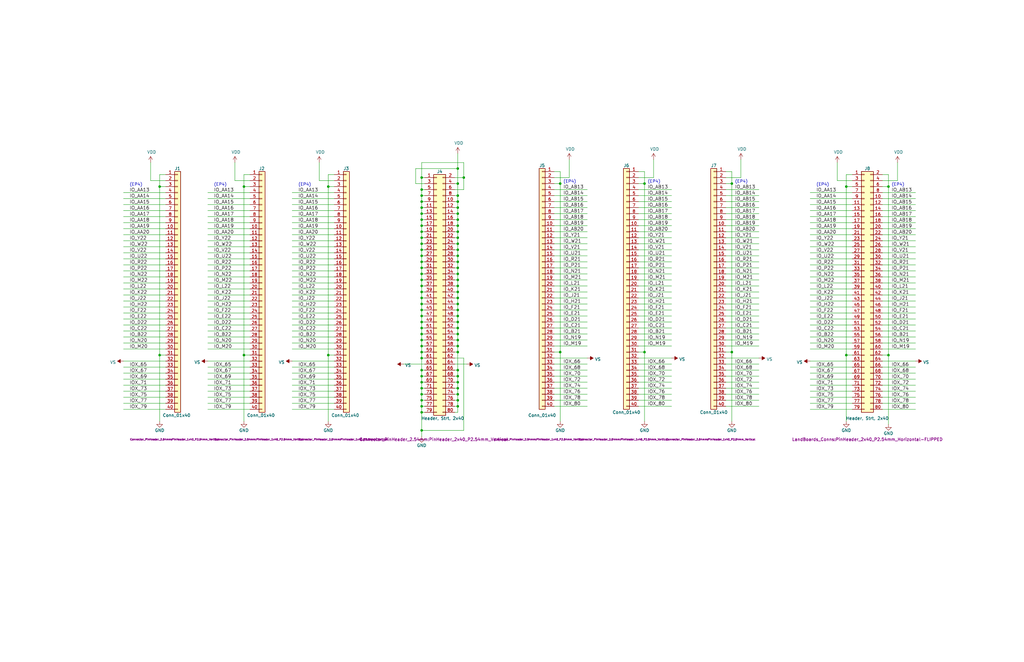
<source format=kicad_sch>
(kicad_sch (version 20211123) (generator eeschema)
  (paper "B")
  (title_block (title "ITX-65C816") (date "2022-08-30") (company "land-boards.com") (comment 1 "65C816 CPU CARD"))
  (junction (at 177.8 143.51))
  (junction (at 177.8 151.13))
  (junction (at 138.43 149.86))
  (junction (at 177.8 173.99))
  (junction (at 177.8 123.19))
  (junction (at 193.04 92.71))
  (junction (at 177.8 158.75))
  (junction (at 177.8 138.43))
  (junction (at 193.04 130.81))
  (junction (at 102.87 149.86))
  (junction (at 193.04 105.41))
  (junction (at 308.61 148.59))
  (junction (at 67.31 78.74))
  (junction (at 177.8 85.09))
  (junction (at 193.04 97.79))
  (junction (at 177.8 146.05))
  (junction (at 177.8 161.29))
  (junction (at 177.8 107.95))
  (junction (at 193.04 135.89))
  (junction (at 177.8 82.55))
  (junction (at 177.8 128.27))
  (junction (at 177.8 168.91))
  (junction (at 177.8 140.97))
  (junction (at 177.8 100.33))
  (junction (at 177.8 130.81))
  (junction (at 177.8 113.03))
  (junction (at 195.58 74.93))
  (junction (at 177.8 118.11))
  (junction (at 177.8 102.87))
  (junction (at 236.22 148.59))
  (junction (at 193.04 87.63))
  (junction (at 193.04 133.35))
  (junction (at 177.8 171.45))
  (junction (at 177.8 87.63))
  (junction (at 193.04 140.97))
  (junction (at 177.8 110.49))
  (junction (at 193.04 125.73))
  (junction (at 193.04 102.87))
  (junction (at 177.8 115.57))
  (junction (at 177.8 105.41))
  (junction (at 356.87 78.74))
  (junction (at 193.04 171.45))
  (junction (at 193.04 100.33))
  (junction (at 193.04 95.25))
  (junction (at 193.04 113.03))
  (junction (at 193.04 123.19))
  (junction (at 308.61 77.47))
  (junction (at 102.87 78.74))
  (junction (at 193.04 120.65))
  (junction (at 193.04 107.95))
  (junction (at 193.04 163.83))
  (junction (at 193.04 115.57))
  (junction (at 67.31 149.86))
  (junction (at 271.78 77.47))
  (junction (at 193.04 71.12))
  (junction (at 177.8 97.79))
  (junction (at 374.65 149.86))
  (junction (at 193.04 156.21))
  (junction (at 271.78 148.59))
  (junction (at 193.04 118.11))
  (junction (at 193.04 128.27))
  (junction (at 138.43 78.74))
  (junction (at 193.04 77.47))
  (junction (at 177.8 135.89))
  (junction (at 193.04 143.51))
  (junction (at 177.8 133.35))
  (junction (at 177.8 74.93))
  (junction (at 177.8 90.17))
  (junction (at 177.8 95.25))
  (junction (at 193.04 148.59))
  (junction (at 193.04 146.05))
  (junction (at 356.87 149.86))
  (junction (at 177.8 120.65))
  (junction (at 236.22 77.47))
  (junction (at 177.8 181.61))
  (junction (at 177.8 92.71))
  (junction (at 193.04 85.09))
  (junction (at 374.65 78.74))
  (junction (at 193.04 166.37))
  (junction (at 177.8 125.73))
  (junction (at 177.8 148.59))
  (junction (at 193.04 138.43))
  (junction (at 193.04 158.75))
  (junction (at 177.8 166.37))
  (junction (at 193.04 90.17))
  (junction (at 177.8 163.83))
  (junction (at 177.8 80.01))
  (junction (at 193.04 82.55))
  (junction (at 193.04 110.49))
  (junction (at 177.8 156.21))
  (junction (at 193.04 161.29))
  (junction (at 193.04 168.91))
  (wire (pts (xy 356.87 73.66) (xy 356.87 78.74)))
  (wire (pts (xy 123.19 91.44) (xy 140.97 91.44)))
  (wire (pts (xy 320.04 113.03) (xy 306.07 113.03)))
  (wire (pts (xy 193.04 148.59) (xy 193.04 156.21)))
  (wire (pts (xy 236.22 72.39) (xy 236.22 77.47)))
  (wire (pts (xy 191.77 125.73) (xy 193.04 125.73)))
  (wire (pts (xy 193.04 82.55) (xy 193.04 85.09)))
  (wire (pts (xy 177.8 148.59) (xy 177.8 151.13)))
  (wire (pts (xy 269.24 74.93) (xy 275.59 74.93)))
  (wire (pts (xy 193.04 100.33) (xy 193.04 102.87)))
  (wire (pts (xy 177.8 173.99) (xy 177.8 181.61)))
  (wire (pts (xy 341.63 154.94) (xy 359.41 154.94)))
  (wire (pts (xy 283.21 138.43) (xy 269.24 138.43)))
  (wire (pts (xy 191.77 87.63) (xy 193.04 87.63)))
  (wire (pts (xy 140.97 101.6) (xy 123.19 101.6)))
  (wire (pts (xy 87.63 81.28) (xy 105.41 81.28)))
  (wire (pts (xy 193.04 166.37) (xy 193.04 168.91)))
  (wire (pts (xy 191.77 173.99) (xy 193.04 173.99)))
  (wire (pts (xy 386.08 147.32) (xy 372.11 147.32)))
  (wire (pts (xy 247.65 140.97) (xy 233.68 140.97)))
  (wire (pts (xy 359.41 139.7) (xy 341.63 139.7)))
  (wire (pts (xy 69.85 109.22) (xy 52.07 109.22)))
  (wire (pts (xy 247.65 138.43) (xy 233.68 138.43)))
  (wire (pts (xy 69.85 76.2) (xy 63.5 76.2)))
  (wire (pts (xy 359.41 134.62) (xy 341.63 134.62)))
  (wire (pts (xy 359.41 73.66) (xy 356.87 73.66)))
  (wire (pts (xy 269.24 166.37) (xy 283.21 166.37)))
  (wire (pts (xy 191.77 74.93) (xy 195.58 74.93)))
  (wire (pts (xy 386.08 139.7) (xy 372.11 139.7)))
  (wire (pts (xy 140.97 134.62) (xy 123.19 134.62)))
  (wire (pts (xy 102.87 73.66) (xy 102.87 78.74)))
  (wire (pts (xy 247.65 115.57) (xy 233.68 115.57)))
  (wire (pts (xy 87.63 170.18) (xy 105.41 170.18)))
  (wire (pts (xy 123.19 86.36) (xy 140.97 86.36)))
  (wire (pts (xy 308.61 72.39) (xy 308.61 77.47)))
  (wire (pts (xy 105.41 134.62) (xy 87.63 134.62)))
  (wire (pts (xy 170.18 153.67) (xy 179.07 153.67)))
  (wire (pts (xy 359.41 137.16) (xy 341.63 137.16)))
  (wire (pts (xy 177.8 120.65) (xy 179.07 120.65)))
  (wire (pts (xy 386.08 134.62) (xy 372.11 134.62)))
  (wire (pts (xy 247.65 120.65) (xy 233.68 120.65)))
  (wire (pts (xy 177.8 143.51) (xy 179.07 143.51)))
  (wire (pts (xy 105.41 76.2) (xy 99.06 76.2)))
  (wire (pts (xy 177.8 168.91) (xy 177.8 171.45)))
  (wire (pts (xy 63.5 76.2) (xy 63.5 68.58)))
  (wire (pts (xy 359.41 109.22) (xy 341.63 109.22)))
  (wire (pts (xy 372.11 93.98) (xy 386.08 93.98)))
  (wire (pts (xy 233.68 80.01) (xy 247.65 80.01)))
  (wire (pts (xy 193.04 158.75) (xy 193.04 161.29)))
  (wire (pts (xy 306.07 90.17) (xy 320.04 90.17)))
  (wire (pts (xy 372.11 172.72) (xy 386.08 172.72)))
  (wire (pts (xy 177.8 102.87) (xy 179.07 102.87)))
  (wire (pts (xy 386.08 111.76) (xy 372.11 111.76)))
  (wire (pts (xy 193.04 130.81) (xy 193.04 133.35)))
  (wire (pts (xy 269.24 168.91) (xy 283.21 168.91)))
  (wire (pts (xy 359.41 101.6) (xy 341.63 101.6)))
  (wire (pts (xy 193.04 133.35) (xy 193.04 135.89)))
  (wire (pts (xy 320.04 118.11) (xy 306.07 118.11)))
  (wire (pts (xy 193.04 143.51) (xy 193.04 146.05)))
  (wire (pts (xy 359.41 106.68) (xy 341.63 106.68)))
  (wire (pts (xy 306.07 156.21) (xy 320.04 156.21)))
  (wire (pts (xy 177.8 85.09) (xy 179.07 85.09)))
  (wire (pts (xy 341.63 86.36) (xy 359.41 86.36)))
  (wire (pts (xy 191.77 168.91) (xy 193.04 168.91)))
  (wire (pts (xy 123.19 160.02) (xy 140.97 160.02)))
  (wire (pts (xy 386.08 137.16) (xy 372.11 137.16)))
  (wire (pts (xy 269.24 161.29) (xy 283.21 161.29)))
  (wire (pts (xy 320.04 146.05) (xy 306.07 146.05)))
  (wire (pts (xy 236.22 77.47) (xy 236.22 148.59)))
  (wire (pts (xy 269.24 72.39) (xy 271.78 72.39)))
  (wire (pts (xy 177.8 110.49) (xy 177.8 113.03)))
  (wire (pts (xy 283.21 125.73) (xy 269.24 125.73)))
  (wire (pts (xy 177.8 125.73) (xy 179.07 125.73)))
  (wire (pts (xy 283.21 128.27) (xy 269.24 128.27)))
  (wire (pts (xy 123.19 81.28) (xy 140.97 81.28)))
  (wire (pts (xy 177.8 140.97) (xy 177.8 143.51)))
  (wire (pts (xy 175.26 77.47) (xy 175.26 71.12)))
  (wire (pts (xy 105.41 147.32) (xy 87.63 147.32)))
  (wire (pts (xy 177.8 146.05) (xy 179.07 146.05)))
  (wire (pts (xy 69.85 149.86) (xy 67.31 149.86)))
  (wire (pts (xy 69.85 119.38) (xy 52.07 119.38)))
  (wire (pts (xy 191.77 161.29) (xy 193.04 161.29)))
  (wire (pts (xy 386.08 119.38) (xy 372.11 119.38)))
  (wire (pts (xy 177.8 113.03) (xy 177.8 115.57)))
  (wire (pts (xy 52.07 165.1) (xy 69.85 165.1)))
  (wire (pts (xy 247.65 143.51) (xy 233.68 143.51)))
  (wire (pts (xy 306.07 171.45) (xy 320.04 171.45)))
  (wire (pts (xy 269.24 82.55) (xy 283.21 82.55)))
  (wire (pts (xy 193.04 168.91) (xy 193.04 171.45)))
  (wire (pts (xy 359.41 149.86) (xy 356.87 149.86)))
  (wire (pts (xy 191.77 80.01) (xy 195.58 80.01)))
  (wire (pts (xy 359.41 127) (xy 341.63 127)))
  (wire (pts (xy 69.85 73.66) (xy 67.31 73.66)))
  (wire (pts (xy 359.41 78.74) (xy 356.87 78.74)))
  (wire (pts (xy 193.04 161.29) (xy 193.04 163.83)))
  (wire (pts (xy 386.08 142.24) (xy 372.11 142.24)))
  (wire (pts (xy 140.97 132.08) (xy 123.19 132.08)))
  (wire (pts (xy 105.41 73.66) (xy 102.87 73.66)))
  (wire (pts (xy 179.07 74.93) (xy 177.8 74.93)))
  (wire (pts (xy 193.04 156.21) (xy 193.04 158.75)))
  (wire (pts (xy 191.77 82.55) (xy 193.04 82.55)))
  (wire (pts (xy 341.63 83.82) (xy 359.41 83.82)))
  (wire (pts (xy 320.04 123.19) (xy 306.07 123.19)))
  (wire (pts (xy 236.22 148.59) (xy 236.22 177.8)))
  (wire (pts (xy 247.65 97.79) (xy 233.68 97.79)))
  (wire (pts (xy 233.68 151.13) (xy 247.65 151.13)))
  (wire (pts (xy 356.87 78.74) (xy 356.87 149.86)))
  (wire (pts (xy 341.63 88.9) (xy 359.41 88.9)))
  (wire (pts (xy 233.68 72.39) (xy 236.22 72.39)))
  (wire (pts (xy 193.04 77.47) (xy 193.04 82.55)))
  (wire (pts (xy 193.04 105.41) (xy 193.04 107.95)))
  (wire (pts (xy 283.21 123.19) (xy 269.24 123.19)))
  (wire (pts (xy 195.58 181.61) (xy 177.8 181.61)))
  (wire (pts (xy 177.8 125.73) (xy 177.8 128.27)))
  (wire (pts (xy 359.41 116.84) (xy 341.63 116.84)))
  (wire (pts (xy 193.04 128.27) (xy 193.04 130.81)))
  (wire (pts (xy 138.43 73.66) (xy 138.43 78.74)))
  (wire (pts (xy 123.19 152.4) (xy 140.97 152.4)))
  (wire (pts (xy 247.65 135.89) (xy 233.68 135.89)))
  (wire (pts (xy 240.03 74.93) (xy 240.03 67.31)))
  (wire (pts (xy 341.63 167.64) (xy 359.41 167.64)))
  (wire (pts (xy 123.19 88.9) (xy 140.97 88.9)))
  (wire (pts (xy 67.31 73.66) (xy 67.31 78.74)))
  (wire (pts (xy 87.63 86.36) (xy 105.41 86.36)))
  (wire (pts (xy 195.58 68.58) (xy 195.58 74.93)))
  (wire (pts (xy 140.97 111.76) (xy 123.19 111.76)))
  (wire (pts (xy 308.61 77.47) (xy 308.61 148.59)))
  (wire (pts (xy 191.77 140.97) (xy 193.04 140.97)))
  (wire (pts (xy 193.04 135.89) (xy 193.04 138.43)))
  (wire (pts (xy 177.8 100.33) (xy 179.07 100.33)))
  (wire (pts (xy 306.07 80.01) (xy 320.04 80.01)))
  (wire (pts (xy 283.21 100.33) (xy 269.24 100.33)))
  (wire (pts (xy 306.07 163.83) (xy 320.04 163.83)))
  (wire (pts (xy 386.08 109.22) (xy 372.11 109.22)))
  (wire (pts (xy 359.41 129.54) (xy 341.63 129.54)))
  (wire (pts (xy 140.97 127) (xy 123.19 127)))
  (wire (pts (xy 177.8 90.17) (xy 177.8 92.71)))
  (wire (pts (xy 69.85 121.92) (xy 52.07 121.92)))
  (wire (pts (xy 191.77 85.09) (xy 193.04 85.09)))
  (wire (pts (xy 372.11 96.52) (xy 386.08 96.52)))
  (wire (pts (xy 140.97 149.86) (xy 138.43 149.86)))
  (wire (pts (xy 138.43 149.86) (xy 138.43 177.8)))
  (wire (pts (xy 359.41 76.2) (xy 353.06 76.2)))
  (wire (pts (xy 177.8 115.57) (xy 177.8 118.11)))
  (wire (pts (xy 177.8 87.63) (xy 177.8 90.17)))
  (wire (pts (xy 191.77 166.37) (xy 193.04 166.37)))
  (wire (pts (xy 283.21 105.41) (xy 269.24 105.41)))
  (wire (pts (xy 269.24 80.01) (xy 283.21 80.01)))
  (wire (pts (xy 52.07 172.72) (xy 69.85 172.72)))
  (wire (pts (xy 233.68 87.63) (xy 247.65 87.63)))
  (wire (pts (xy 105.41 139.7) (xy 87.63 139.7)))
  (wire (pts (xy 193.04 118.11) (xy 193.04 120.65)))
  (wire (pts (xy 306.07 151.13) (xy 320.04 151.13)))
  (wire (pts (xy 341.63 172.72) (xy 359.41 172.72)))
  (wire (pts (xy 177.8 128.27) (xy 177.8 130.81)))
  (wire (pts (xy 52.07 93.98) (xy 69.85 93.98)))
  (wire (pts (xy 140.97 78.74) (xy 138.43 78.74)))
  (wire (pts (xy 269.24 87.63) (xy 283.21 87.63)))
  (wire (pts (xy 140.97 109.22) (xy 123.19 109.22)))
  (wire (pts (xy 177.8 90.17) (xy 179.07 90.17)))
  (wire (pts (xy 359.41 121.92) (xy 341.63 121.92)))
  (wire (pts (xy 306.07 72.39) (xy 308.61 72.39)))
  (wire (pts (xy 140.97 137.16) (xy 123.19 137.16)))
  (wire (pts (xy 341.63 91.44) (xy 359.41 91.44)))
  (wire (pts (xy 269.24 95.25) (xy 283.21 95.25)))
  (wire (pts (xy 191.77 123.19) (xy 193.04 123.19)))
  (wire (pts (xy 374.65 73.66) (xy 374.65 78.74)))
  (wire (pts (xy 177.8 105.41) (xy 179.07 105.41)))
  (wire (pts (xy 69.85 142.24) (xy 52.07 142.24)))
  (wire (pts (xy 320.04 110.49) (xy 306.07 110.49)))
  (wire (pts (xy 283.21 135.89) (xy 269.24 135.89)))
  (wire (pts (xy 177.8 123.19) (xy 179.07 123.19)))
  (wire (pts (xy 308.61 148.59) (xy 308.61 177.8)))
  (wire (pts (xy 87.63 88.9) (xy 105.41 88.9)))
  (wire (pts (xy 386.08 124.46) (xy 372.11 124.46)))
  (wire (pts (xy 69.85 106.68) (xy 52.07 106.68)))
  (wire (pts (xy 306.07 87.63) (xy 320.04 87.63)))
  (wire (pts (xy 123.19 96.52) (xy 140.97 96.52)))
  (wire (pts (xy 191.77 138.43) (xy 193.04 138.43)))
  (wire (pts (xy 283.21 107.95) (xy 269.24 107.95)))
  (wire (pts (xy 140.97 116.84) (xy 123.19 116.84)))
  (wire (pts (xy 177.8 123.19) (xy 177.8 125.73)))
  (wire (pts (xy 233.68 166.37) (xy 247.65 166.37)))
  (wire (pts (xy 247.65 102.87) (xy 233.68 102.87)))
  (wire (pts (xy 52.07 167.64) (xy 69.85 167.64)))
  (wire (pts (xy 177.8 120.65) (xy 177.8 123.19)))
  (wire (pts (xy 372.11 76.2) (xy 378.46 76.2)))
  (wire (pts (xy 177.8 115.57) (xy 179.07 115.57)))
  (wire (pts (xy 140.97 147.32) (xy 123.19 147.32)))
  (wire (pts (xy 374.65 149.86) (xy 374.65 179.07)))
  (wire (pts (xy 123.19 165.1) (xy 140.97 165.1)))
  (wire (pts (xy 177.8 97.79) (xy 177.8 100.33)))
  (wire (pts (xy 271.78 148.59) (xy 271.78 177.8)))
  (wire (pts (xy 320.04 128.27) (xy 306.07 128.27)))
  (wire (pts (xy 193.04 97.79) (xy 193.04 100.33)))
  (wire (pts (xy 87.63 162.56) (xy 105.41 162.56)))
  (wire (pts (xy 269.24 92.71) (xy 283.21 92.71)))
  (wire (pts (xy 105.41 127) (xy 87.63 127)))
  (wire (pts (xy 247.65 110.49) (xy 233.68 110.49)))
  (wire (pts (xy 191.77 115.57) (xy 193.04 115.57)))
  (wire (pts (xy 177.8 163.83) (xy 179.07 163.83)))
  (wire (pts (xy 177.8 100.33) (xy 177.8 102.87)))
  (wire (pts (xy 87.63 93.98) (xy 105.41 93.98)))
  (wire (pts (xy 320.04 125.73) (xy 306.07 125.73)))
  (wire (pts (xy 177.8 118.11) (xy 179.07 118.11)))
  (wire (pts (xy 177.8 133.35) (xy 179.07 133.35)))
  (wire (pts (xy 105.41 129.54) (xy 87.63 129.54)))
  (wire (pts (xy 193.04 138.43) (xy 193.04 140.97)))
  (wire (pts (xy 123.19 170.18) (xy 140.97 170.18)))
  (wire (pts (xy 69.85 78.74) (xy 67.31 78.74)))
  (wire (pts (xy 233.68 82.55) (xy 247.65 82.55)))
  (wire (pts (xy 320.04 107.95) (xy 306.07 107.95)))
  (wire (pts (xy 191.77 95.25) (xy 193.04 95.25)))
  (wire (pts (xy 140.97 76.2) (xy 134.62 76.2)))
  (wire (pts (xy 320.04 138.43) (xy 306.07 138.43)))
  (wire (pts (xy 177.8 82.55) (xy 177.8 85.09)))
  (wire (pts (xy 177.8 74.93) (xy 177.8 68.58)))
  (wire (pts (xy 306.07 166.37) (xy 320.04 166.37)))
  (wire (pts (xy 372.11 83.82) (xy 386.08 83.82)))
  (wire (pts (xy 320.04 140.97) (xy 306.07 140.97)))
  (wire (pts (xy 191.77 146.05) (xy 193.04 146.05)))
  (wire (pts (xy 105.41 106.68) (xy 87.63 106.68)))
  (wire (pts (xy 177.8 80.01) (xy 179.07 80.01)))
  (wire (pts (xy 52.07 160.02) (xy 69.85 160.02)))
  (wire (pts (xy 271.78 72.39) (xy 271.78 77.47)))
  (wire (pts (xy 193.04 71.12) (xy 193.04 77.47)))
  (wire (pts (xy 177.8 148.59) (xy 179.07 148.59)))
  (wire (pts (xy 341.63 160.02) (xy 359.41 160.02)))
  (wire (pts (xy 177.8 161.29) (xy 177.8 163.83)))
  (wire (pts (xy 306.07 95.25) (xy 320.04 95.25)))
  (wire (pts (xy 69.85 147.32) (xy 52.07 147.32)))
  (wire (pts (xy 193.04 120.65) (xy 193.04 123.19)))
  (wire (pts (xy 123.19 154.94) (xy 140.97 154.94)))
  (wire (pts (xy 177.8 166.37) (xy 179.07 166.37)))
  (wire (pts (xy 52.07 154.94) (xy 69.85 154.94)))
  (wire (pts (xy 306.07 158.75) (xy 320.04 158.75)))
  (wire (pts (xy 177.8 156.21) (xy 179.07 156.21)))
  (wire (pts (xy 105.41 104.14) (xy 87.63 104.14)))
  (wire (pts (xy 177.8 138.43) (xy 177.8 140.97)))
  (wire (pts (xy 140.97 99.06) (xy 123.19 99.06)))
  (wire (pts (xy 69.85 111.76) (xy 52.07 111.76)))
  (wire (pts (xy 191.77 148.59) (xy 193.04 148.59)))
  (wire (pts (xy 359.41 104.14) (xy 341.63 104.14)))
  (wire (pts (xy 123.19 83.82) (xy 140.97 83.82)))
  (wire (pts (xy 69.85 124.46) (xy 52.07 124.46)))
  (wire (pts (xy 87.63 154.94) (xy 105.41 154.94)))
  (wire (pts (xy 359.41 111.76) (xy 341.63 111.76)))
  (wire (pts (xy 306.07 153.67) (xy 320.04 153.67)))
  (wire (pts (xy 105.41 101.6) (xy 87.63 101.6)))
  (wire (pts (xy 177.8 92.71) (xy 179.07 92.71)))
  (wire (pts (xy 87.63 152.4) (xy 105.41 152.4)))
  (wire (pts (xy 271.78 77.47) (xy 271.78 148.59)))
  (wire (pts (xy 191.77 133.35) (xy 193.04 133.35)))
  (wire (pts (xy 52.07 170.18) (xy 69.85 170.18)))
  (wire (pts (xy 102.87 149.86) (xy 102.87 177.8)))
  (wire (pts (xy 177.8 107.95) (xy 177.8 110.49)))
  (wire (pts (xy 87.63 172.72) (xy 105.41 172.72)))
  (wire (pts (xy 320.04 115.57) (xy 306.07 115.57)))
  (wire (pts (xy 177.8 173.99) (xy 179.07 173.99)))
  (wire (pts (xy 177.8 74.93) (xy 177.8 80.01)))
  (wire (pts (xy 233.68 74.93) (xy 240.03 74.93)))
  (wire (pts (xy 52.07 88.9) (xy 69.85 88.9)))
  (wire (pts (xy 140.97 106.68) (xy 123.19 106.68)))
  (wire (pts (xy 359.41 99.06) (xy 341.63 99.06)))
  (wire (pts (xy 372.11 73.66) (xy 374.65 73.66)))
  (wire (pts (xy 247.65 107.95) (xy 233.68 107.95)))
  (wire (pts (xy 372.11 152.4) (xy 386.08 152.4)))
  (wire (pts (xy 177.8 130.81) (xy 179.07 130.81)))
  (wire (pts (xy 191.77 156.21) (xy 193.04 156.21)))
  (wire (pts (xy 341.63 81.28) (xy 359.41 81.28)))
  (wire (pts (xy 320.04 130.81) (xy 306.07 130.81)))
  (wire (pts (xy 233.68 90.17) (xy 247.65 90.17)))
  (wire (pts (xy 283.21 143.51) (xy 269.24 143.51)))
  (wire (pts (xy 177.8 85.09) (xy 177.8 87.63)))
  (wire (pts (xy 177.8 133.35) (xy 177.8 135.89)))
  (wire (pts (xy 378.46 76.2) (xy 378.46 68.58)))
  (wire (pts (xy 177.8 68.58) (xy 195.58 68.58)))
  (wire (pts (xy 247.65 146.05) (xy 233.68 146.05)))
  (wire (pts (xy 140.97 73.66) (xy 138.43 73.66)))
  (wire (pts (xy 52.07 152.4) (xy 69.85 152.4)))
  (wire (pts (xy 372.11 88.9) (xy 386.08 88.9)))
  (wire (pts (xy 177.8 140.97) (xy 179.07 140.97)))
  (wire (pts (xy 374.65 78.74) (xy 374.65 149.86)))
  (wire (pts (xy 177.8 92.71) (xy 177.8 95.25)))
  (wire (pts (xy 372.11 160.02) (xy 386.08 160.02)))
  (wire (pts (xy 177.8 95.25) (xy 179.07 95.25)))
  (wire (pts (xy 320.04 135.89) (xy 306.07 135.89)))
  (wire (pts (xy 191.77 130.81) (xy 193.04 130.81)))
  (wire (pts (xy 87.63 83.82) (xy 105.41 83.82)))
  (wire (pts (xy 247.65 105.41) (xy 233.68 105.41)))
  (wire (pts (xy 386.08 106.68) (xy 372.11 106.68)))
  (wire (pts (xy 191.77 102.87) (xy 193.04 102.87)))
  (wire (pts (xy 306.07 148.59) (xy 308.61 148.59)))
  (wire (pts (xy 306.07 161.29) (xy 320.04 161.29)))
  (wire (pts (xy 191.77 107.95) (xy 193.04 107.95)))
  (wire (pts (xy 320.04 105.41) (xy 306.07 105.41)))
  (wire (pts (xy 193.04 102.87) (xy 193.04 105.41)))
  (wire (pts (xy 269.24 163.83) (xy 283.21 163.83)))
  (wire (pts (xy 195.58 151.13) (xy 195.58 181.61)))
  (wire (pts (xy 177.8 105.41) (xy 177.8 107.95)))
  (wire (pts (xy 306.07 168.91) (xy 320.04 168.91)))
  (wire (pts (xy 247.65 100.33) (xy 233.68 100.33)))
  (wire (pts (xy 52.07 96.52) (xy 69.85 96.52)))
  (wire (pts (xy 102.87 78.74) (xy 102.87 149.86)))
  (wire (pts (xy 386.08 104.14) (xy 372.11 104.14)))
  (wire (pts (xy 306.07 77.47) (xy 308.61 77.47)))
  (wire (pts (xy 191.77 105.41) (xy 193.04 105.41)))
  (wire (pts (xy 193.04 64.77) (xy 193.04 71.12)))
  (wire (pts (xy 386.08 132.08) (xy 372.11 132.08)))
  (wire (pts (xy 140.97 121.92) (xy 123.19 121.92)))
  (wire (pts (xy 177.8 87.63) (xy 179.07 87.63)))
  (wire (pts (xy 372.11 86.36) (xy 386.08 86.36)))
  (wire (pts (xy 177.8 143.51) (xy 177.8 146.05)))
  (wire (pts (xy 140.97 144.78) (xy 123.19 144.78)))
  (wire (pts (xy 359.41 147.32) (xy 341.63 147.32)))
  (wire (pts (xy 356.87 149.86) (xy 356.87 177.8)))
  (wire (pts (xy 140.97 139.7) (xy 123.19 139.7)))
  (wire (pts (xy 320.04 133.35) (xy 306.07 133.35)))
  (wire (pts (xy 283.21 120.65) (xy 269.24 120.65)))
  (wire (pts (xy 177.8 130.81) (xy 177.8 133.35)))
  (wire (pts (xy 105.41 132.08) (xy 87.63 132.08)))
  (wire (pts (xy 193.04 92.71) (xy 193.04 95.25)))
  (wire (pts (xy 177.8 135.89) (xy 177.8 138.43)))
  (wire (pts (xy 52.07 157.48) (xy 69.85 157.48)))
  (wire (pts (xy 386.08 121.92) (xy 372.11 121.92)))
  (wire (pts (xy 177.8 161.29) (xy 179.07 161.29)))
  (wire (pts (xy 67.31 78.74) (xy 67.31 149.86)))
  (wire (pts (xy 233.68 156.21) (xy 247.65 156.21)))
  (wire (pts (xy 386.08 114.3) (xy 372.11 114.3)))
  (wire (pts (xy 193.04 110.49) (xy 193.04 113.03)))
  (wire (pts (xy 193.04 85.09) (xy 193.04 87.63)))
  (wire (pts (xy 386.08 101.6) (xy 372.11 101.6)))
  (wire (pts (xy 269.24 148.59) (xy 271.78 148.59)))
  (wire (pts (xy 233.68 161.29) (xy 247.65 161.29)))
  (wire (pts (xy 67.31 149.86) (xy 67.31 177.8)))
  (wire (pts (xy 320.04 143.51) (xy 306.07 143.51)))
  (wire (pts (xy 52.07 86.36) (xy 69.85 86.36)))
  (wire (pts (xy 372.11 157.48) (xy 386.08 157.48)))
  (wire (pts (xy 269.24 151.13) (xy 283.21 151.13)))
  (wire (pts (xy 191.77 100.33) (xy 193.04 100.33)))
  (wire (pts (xy 386.08 144.78) (xy 372.11 144.78)))
  (wire (pts (xy 105.41 119.38) (xy 87.63 119.38)))
  (wire (pts (xy 372.11 81.28) (xy 386.08 81.28)))
  (wire (pts (xy 191.77 171.45) (xy 193.04 171.45)))
  (wire (pts (xy 193.04 123.19) (xy 193.04 125.73)))
  (wire (pts (xy 191.77 110.49) (xy 193.04 110.49)))
  (wire (pts (xy 372.11 149.86) (xy 374.65 149.86)))
  (wire (pts (xy 193.04 146.05) (xy 193.04 148.59)))
  (wire (pts (xy 191.77 113.03) (xy 193.04 113.03)))
  (wire (pts (xy 177.8 151.13) (xy 177.8 156.21)))
  (wire (pts (xy 123.19 167.64) (xy 140.97 167.64)))
  (wire (pts (xy 69.85 99.06) (xy 52.07 99.06)))
  (wire (pts (xy 177.8 95.25) (xy 177.8 97.79)))
  (wire (pts (xy 353.06 76.2) (xy 353.06 68.58)))
  (wire (pts (xy 233.68 92.71) (xy 247.65 92.71)))
  (wire (pts (xy 191.77 135.89) (xy 193.04 135.89)))
  (wire (pts (xy 372.11 162.56) (xy 386.08 162.56)))
  (wire (pts (xy 372.11 78.74) (xy 374.65 78.74)))
  (wire (pts (xy 105.41 111.76) (xy 87.63 111.76)))
  (wire (pts (xy 191.77 120.65) (xy 193.04 120.65)))
  (wire (pts (xy 177.8 138.43) (xy 179.07 138.43)))
  (wire (pts (xy 386.08 129.54) (xy 372.11 129.54)))
  (wire (pts (xy 247.65 118.11) (xy 233.68 118.11)))
  (wire (pts (xy 69.85 137.16) (xy 52.07 137.16)))
  (wire (pts (xy 306.07 74.93) (xy 312.42 74.93)))
  (wire (pts (xy 193.04 87.63) (xy 193.04 90.17)))
  (wire (pts (xy 177.8 107.95) (xy 179.07 107.95)))
  (wire (pts (xy 341.63 162.56) (xy 359.41 162.56)))
  (wire (pts (xy 320.04 100.33) (xy 306.07 100.33)))
  (wire (pts (xy 247.65 123.19) (xy 233.68 123.19)))
  (wire (pts (xy 140.97 114.3) (xy 123.19 114.3)))
  (wire (pts (xy 52.07 81.28) (xy 69.85 81.28)))
  (wire (pts (xy 105.41 116.84) (xy 87.63 116.84)))
  (wire (pts (xy 283.21 110.49) (xy 269.24 110.49)))
  (wire (pts (xy 191.77 143.51) (xy 193.04 143.51)))
  (wire (pts (xy 123.19 172.72) (xy 140.97 172.72)))
  (wire (pts (xy 233.68 168.91) (xy 247.65 168.91)))
  (wire (pts (xy 177.8 97.79) (xy 179.07 97.79)))
  (wire (pts (xy 52.07 91.44) (xy 69.85 91.44)))
  (wire (pts (xy 306.07 92.71) (xy 320.04 92.71)))
  (wire (pts (xy 233.68 158.75) (xy 247.65 158.75)))
  (wire (pts (xy 177.8 135.89) (xy 179.07 135.89)))
  (wire (pts (xy 372.11 91.44) (xy 386.08 91.44)))
  (wire (pts (xy 359.41 144.78) (xy 341.63 144.78)))
  (wire (pts (xy 372.11 165.1) (xy 386.08 165.1)))
  (wire (pts (xy 275.59 74.93) (xy 275.59 67.31)))
  (wire (pts (xy 359.41 124.46) (xy 341.63 124.46)))
  (wire (pts (xy 87.63 91.44) (xy 105.41 91.44)))
  (wire (pts (xy 69.85 116.84) (xy 52.07 116.84)))
  (wire (pts (xy 87.63 96.52) (xy 105.41 96.52)))
  (wire (pts (xy 359.41 114.3) (xy 341.63 114.3)))
  (wire (pts (xy 191.77 158.75) (xy 193.04 158.75)))
  (wire (pts (xy 233.68 85.09) (xy 247.65 85.09)))
  (wire (pts (xy 269.24 85.09) (xy 283.21 85.09)))
  (wire (pts (xy 177.8 110.49) (xy 179.07 110.49)))
  (wire (pts (xy 233.68 163.83) (xy 247.65 163.83)))
  (wire (pts (xy 283.21 130.81) (xy 269.24 130.81)))
  (wire (pts (xy 247.65 125.73) (xy 233.68 125.73)))
  (wire (pts (xy 175.26 71.12) (xy 193.04 71.12)))
  (wire (pts (xy 247.65 130.81) (xy 233.68 130.81)))
  (wire (pts (xy 140.97 142.24) (xy 123.19 142.24)))
  (wire (pts (xy 177.8 163.83) (xy 177.8 166.37)))
  (wire (pts (xy 140.97 124.46) (xy 123.19 124.46)))
  (wire (pts (xy 105.41 142.24) (xy 87.63 142.24)))
  (wire (pts (xy 69.85 134.62) (xy 52.07 134.62)))
  (wire (pts (xy 306.07 85.09) (xy 320.04 85.09)))
  (wire (pts (xy 247.65 133.35) (xy 233.68 133.35)))
  (wire (pts (xy 341.63 93.98) (xy 359.41 93.98)))
  (wire (pts (xy 191.77 90.17) (xy 193.04 90.17)))
  (wire (pts (xy 193.04 140.97) (xy 193.04 143.51)))
  (wire (pts (xy 123.19 93.98) (xy 140.97 93.98)))
  (wire (pts (xy 359.41 132.08) (xy 341.63 132.08)))
  (wire (pts (xy 233.68 95.25) (xy 247.65 95.25)))
  (wire (pts (xy 359.41 142.24) (xy 341.63 142.24)))
  (wire (pts (xy 105.41 99.06) (xy 87.63 99.06)))
  (wire (pts (xy 177.8 128.27) (xy 179.07 128.27)))
  (wire (pts (xy 191.77 92.71) (xy 193.04 92.71)))
  (wire (pts (xy 105.41 124.46) (xy 87.63 124.46)))
  (wire (pts (xy 177.8 102.87) (xy 177.8 105.41)))
  (wire (pts (xy 52.07 162.56) (xy 69.85 162.56)))
  (wire (pts (xy 177.8 82.55) (xy 179.07 82.55)))
  (wire (pts (xy 283.21 113.03) (xy 269.24 113.03)))
  (wire (pts (xy 341.63 96.52) (xy 359.41 96.52)))
  (wire (pts (xy 105.41 121.92) (xy 87.63 121.92)))
  (wire (pts (xy 372.11 170.18) (xy 386.08 170.18)))
  (wire (pts (xy 140.97 104.14) (xy 123.19 104.14)))
  (wire (pts (xy 283.21 118.11) (xy 269.24 118.11)))
  (wire (pts (xy 52.07 83.82) (xy 69.85 83.82)))
  (wire (pts (xy 193.04 171.45) (xy 193.04 173.99)))
  (wire (pts (xy 193.04 163.83) (xy 193.04 166.37)))
  (wire (pts (xy 177.8 146.05) (xy 177.8 148.59)))
  (wire (pts (xy 69.85 101.6) (xy 52.07 101.6)))
  (wire (pts (xy 193.04 125.73) (xy 193.04 128.27)))
  (wire (pts (xy 69.85 144.78) (xy 52.07 144.78)))
  (wire (pts (xy 193.04 107.95) (xy 193.04 110.49)))
  (wire (pts (xy 105.41 144.78) (xy 87.63 144.78)))
  (wire (pts (xy 134.62 76.2) (xy 134.62 68.58)))
  (wire (pts (xy 87.63 157.48) (xy 105.41 157.48)))
  (wire (pts (xy 372.11 154.94) (xy 386.08 154.94)))
  (wire (pts (xy 269.24 158.75) (xy 283.21 158.75)))
  (wire (pts (xy 193.04 115.57) (xy 193.04 118.11)))
  (wire (pts (xy 306.07 82.55) (xy 320.04 82.55)))
  (wire (pts (xy 283.21 140.97) (xy 269.24 140.97)))
  (wire (pts (xy 177.8 158.75) (xy 179.07 158.75)))
  (wire (pts (xy 283.21 133.35) (xy 269.24 133.35)))
  (wire (pts (xy 386.08 116.84) (xy 372.11 116.84)))
  (wire (pts (xy 138.43 78.74) (xy 138.43 149.86)))
  (wire (pts (xy 341.63 152.4) (xy 359.41 152.4)))
  (wire (pts (xy 69.85 132.08) (xy 52.07 132.08)))
  (wire (pts (xy 69.85 129.54) (xy 52.07 129.54)))
  (wire (pts (xy 177.8 171.45) (xy 179.07 171.45)))
  (wire (pts (xy 177.8 168.91) (xy 179.07 168.91)))
  (wire (pts (xy 233.68 77.47) (xy 236.22 77.47)))
  (wire (pts (xy 233.68 148.59) (xy 236.22 148.59)))
  (wire (pts (xy 386.08 127) (xy 372.11 127)))
  (wire (pts (xy 233.68 153.67) (xy 247.65 153.67)))
  (wire (pts (xy 372.11 167.64) (xy 386.08 167.64)))
  (wire (pts (xy 191.77 77.47) (xy 193.04 77.47)))
  (wire (pts (xy 193.04 90.17) (xy 193.04 92.71)))
  (wire (pts (xy 140.97 129.54) (xy 123.19 129.54)))
  (wire (pts (xy 269.24 77.47) (xy 271.78 77.47)))
  (wire (pts (xy 247.65 113.03) (xy 233.68 113.03)))
  (wire (pts (xy 87.63 160.02) (xy 105.41 160.02)))
  (wire (pts (xy 99.06 76.2) (xy 99.06 68.58)))
  (wire (pts (xy 140.97 119.38) (xy 123.19 119.38)))
  (wire (pts (xy 320.04 97.79) (xy 306.07 97.79)))
  (wire (pts (xy 177.8 181.61) (xy 177.8 184.15)))
  (wire (pts (xy 359.41 119.38) (xy 341.63 119.38)))
  (wire (pts (xy 320.04 120.65) (xy 306.07 120.65)))
  (wire (pts (xy 269.24 171.45) (xy 283.21 171.45)))
  (wire (pts (xy 105.41 149.86) (xy 102.87 149.86)))
  (wire (pts (xy 177.8 156.21) (xy 177.8 158.75)))
  (wire (pts (xy 283.21 102.87) (xy 269.24 102.87)))
  (wire (pts (xy 179.07 77.47) (xy 175.26 77.47)))
  (wire (pts (xy 69.85 127) (xy 52.07 127)))
  (wire (pts (xy 69.85 114.3) (xy 52.07 114.3)))
  (wire (pts (xy 105.41 78.74) (xy 102.87 78.74)))
  (wire (pts (xy 177.8 171.45) (xy 177.8 173.99)))
  (wire (pts (xy 105.41 114.3) (xy 87.63 114.3)))
  (wire (pts (xy 386.08 99.06) (xy 372.11 99.06)))
  (wire (pts (xy 177.8 151.13) (xy 179.07 151.13)))
  (wire (pts (xy 341.63 165.1) (xy 359.41 165.1)))
  (wire (pts (xy 193.04 95.25) (xy 193.04 97.79)))
  (wire (pts (xy 269.24 156.21) (xy 283.21 156.21)))
  (wire (pts (xy 105.41 137.16) (xy 87.63 137.16)))
  (wire (pts (xy 341.63 157.48) (xy 359.41 157.48)))
  (wire (pts (xy 191.77 118.11) (xy 193.04 118.11)))
  (wire (pts (xy 283.21 146.05) (xy 269.24 146.05)))
  (wire (pts (xy 193.04 113.03) (xy 193.04 115.57)))
  (wire (pts (xy 123.19 157.48) (xy 140.97 157.48)))
  (wire (pts (xy 191.77 97.79) (xy 193.04 97.79)))
  (wire (pts (xy 177.8 113.03) (xy 179.07 113.03)))
  (wire (pts (xy 233.68 171.45) (xy 247.65 171.45)))
  (wire (pts (xy 269.24 153.67) (xy 283.21 153.67)))
  (wire (pts (xy 87.63 167.64) (xy 105.41 167.64)))
  (wire (pts (xy 69.85 104.14) (xy 52.07 104.14)))
  (wire (pts (xy 312.42 74.93) (xy 312.42 67.31)))
  (wire (pts (xy 191.77 151.13) (xy 195.58 151.13)))
  (wire (pts (xy 283.21 97.79) (xy 269.24 97.79)))
  (wire (pts (xy 191.77 153.67) (xy 196.85 153.67)))
  (wire (pts (xy 177.8 118.11) (xy 177.8 120.65)))
  (wire (pts (xy 191.77 163.83) (xy 193.04 163.83)))
  (wire (pts (xy 177.8 80.01) (xy 177.8 82.55)))
  (wire (pts (xy 283.21 115.57) (xy 269.24 115.57)))
  (wire (pts (xy 191.77 128.27) (xy 193.04 128.27)))
  (wire (pts (xy 177.8 166.37) (xy 177.8 168.91)))
  (wire (pts (xy 177.8 158.75) (xy 177.8 161.29)))
  (wire (pts (xy 320.04 102.87) (xy 306.07 102.87)))
  (wire (pts (xy 123.19 162.56) (xy 140.97 162.56)))
  (wire (pts (xy 341.63 170.18) (xy 359.41 170.18)))
  (wire (pts (xy 105.41 109.22) (xy 87.63 109.22)))
  (wire (pts (xy 247.65 128.27) (xy 233.68 128.27)))
  (wire (pts (xy 87.63 165.1) (xy 105.41 165.1)))
  (wire (pts (xy 69.85 139.7) (xy 52.07 139.7)))
  (wire (pts (xy 269.24 90.17) (xy 283.21 90.17)))
  (wire (pts (xy 195.58 80.01) (xy 195.58 74.93)))
  (text "(EP4)" (at 90.17 78.74 0) (effects (font (size 1.27 1.27)) (justify left bottom)))
  (text "(EP4)" (at 375.92 78.74 0) (effects (font (size 1.27 1.27)) (justify left bottom)))
  (text "(EP4)" (at 237.49 77.47 0) (effects (font (size 1.27 1.27)) (justify left bottom)))
  (text "(EP4)" (at 125.73 78.74 0) (effects (font (size 1.27 1.27)) (justify left bottom)))
  (text "(EP4)" (at 54.61 78.74 0) (effects (font (size 1.27 1.27)) (justify left bottom)))
  (text "(EP4)" (at 344.17 78.74 0) (effects (font (size 1.27 1.27)) (justify left bottom)))
  (text "(EP4)" (at 309.88 77.47 0) (effects (font (size 1.27 1.27)) (justify left bottom)))
  (text "(EP4)" (at 273.05 77.47 0) (effects (font (size 1.27 1.27)) (justify left bottom)))
  (label "IO_P22" (at 54.61 114.3 0) (effects (font (size 1.397 1.397))))
  (label "IOX_79" (at 125.73 172.72 0) (effects (font (size 1.397 1.397))))
  (label "IO_W22" (at 54.61 104.14 0) (effects (font (size 1.397 1.397))))
  (label "IO_J22" (at 90.17 127 0) (effects (font (size 1.397 1.397))))
  (label "IOX_78" (at 309.88 168.91 0) (effects (font (size 1.397 1.397))))
  (label "IO_N20" (at 90.17 144.78 0) (effects (font (size 1.397 1.397))))
  (label "IO_L21" (at 273.05 120.65 0) (effects (font (size 1.397 1.397))))
  (label "IO_AA14" (at 54.61 83.82 0) (effects (font (size 1.397 1.397))))
  (label "IOX_74" (at 309.88 163.83 0) (effects (font (size 1.397 1.397))))
  (label "IO_N19" (at 309.88 143.51 0) (effects (font (size 1.397 1.397))))
  (label "IO_D22" (at 344.17 137.16 0) (effects (font (size 1.397 1.397))))
  (label "IO_M19" (at 237.49 146.05 0) (effects (font (size 1.397 1.397))))
  (label "IO_AA18" (at 90.17 93.98 0) (effects (font (size 1.397 1.397))))
  (label "IO_C21" (at 309.88 138.43 0) (effects (font (size 1.397 1.397))))
  (label "IOX_79" (at 54.61 172.72 0) (effects (font (size 1.397 1.397))))
  (label "IO_AB19" (at 237.49 95.25 0) (effects (font (size 1.397 1.397))))
  (label "IO_K22" (at 125.73 124.46 0) (effects (font (size 1.397 1.397))))
  (label "IO_U22" (at 90.17 109.22 0) (effects (font (size 1.397 1.397))))
  (label "IO_B21" (at 375.92 142.24 0) (effects (font (size 1.397 1.397))))
  (label "IO_F22" (at 125.73 132.08 0) (effects (font (size 1.397 1.397))))
  (label "IOX_72" (at 309.88 161.29 0) (effects (font (size 1.397 1.397))))
  (label "IO_C21" (at 273.05 138.43 0) (effects (font (size 1.397 1.397))))
  (label "IO_AB15" (at 375.92 86.36 0) (effects (font (size 1.397 1.397))))
  (label "IO_C21" (at 375.92 139.7 0) (effects (font (size 1.397 1.397))))
  (label "IO_AB14" (at 237.49 82.55 0) (effects (font (size 1.397 1.397))))
  (label "IO_AB20" (at 309.88 97.79 0) (effects (font (size 1.397 1.397))))
  (label "IO_K21" (at 375.92 124.46 0) (effects (font (size 1.397 1.397))))
  (label "IO_AB13" (at 375.92 81.28 0) (effects (font (size 1.397 1.397))))
  (label "IO_L22" (at 90.17 121.92 0) (effects (font (size 1.397 1.397))))
  (label "IO_AA18" (at 125.73 93.98 0) (effects (font (size 1.397 1.397))))
  (label "IO_W22" (at 344.17 104.14 0) (effects (font (size 1.397 1.397))))
  (label "IOX_69" (at 90.17 160.02 0) (effects (font (size 1.397 1.397))))
  (label "IO_AA13" (at 125.73 81.28 0) (effects (font (size 1.397 1.397))))
  (label "IOX_76" (at 309.88 166.37 0) (effects (font (size 1.397 1.397))))
  (label "IO_N22" (at 125.73 116.84 0) (effects (font (size 1.397 1.397))))
  (label "IOX_67" (at 54.61 157.48 0) (effects (font (size 1.397 1.397))))
  (label "IO_D21" (at 309.88 135.89 0) (effects (font (size 1.397 1.397))))
  (label "IO_AA18" (at 54.61 93.98 0) (effects (font (size 1.397 1.397))))
  (label "IO_H21" (at 237.49 128.27 0) (effects (font (size 1.397 1.397))))
  (label "IO_W22" (at 90.17 104.14 0) (effects (font (size 1.397 1.397))))
  (label "IO_E22" (at 90.17 134.62 0) (effects (font (size 1.397 1.397))))
  (label "IO_R22" (at 90.17 111.76 0) (effects (font (size 1.397 1.397))))
  (label "IO_E22" (at 54.61 134.62 0) (effects (font (size 1.397 1.397))))
  (label "IO_B22" (at 125.73 142.24 0) (effects (font (size 1.397 1.397))))
  (label "IO_E21" (at 273.05 133.35 0) (effects (font (size 1.397 1.397))))
  (label "IO_B21" (at 309.88 140.97 0) (effects (font (size 1.397 1.397))))
  (label "IO_W21" (at 375.92 104.14 0) (effects (font (size 1.397 1.397))))
  (label "IOX_79" (at 344.17 172.72 0) (effects (font (size 1.397 1.397))))
  (label "IO_Y22" (at 125.73 101.6 0) (effects (font (size 1.397 1.397))))
  (label "IO_AB18" (at 273.05 92.71 0) (effects (font (size 1.397 1.397))))
  (label "IO_B22" (at 344.17 142.24 0) (effects (font (size 1.397 1.397))))
  (label "IO_C22" (at 90.17 139.7 0) (effects (font (size 1.397 1.397))))
  (label "IO_H21" (at 375.92 129.54 0) (effects (font (size 1.397 1.397))))
  (label "IO_C22" (at 344.17 139.7 0) (effects (font (size 1.397 1.397))))
  (label "IO_AA17" (at 54.61 91.44 0) (effects (font (size 1.397 1.397))))
  (label "IO_D21" (at 375.92 137.16 0) (effects (font (size 1.397 1.397))))
  (label "IOX_73" (at 54.61 165.1 0) (effects (font (size 1.397 1.397))))
  (label "IOX_78" (at 273.05 168.91 0) (effects (font (size 1.397 1.397))))
  (label "IOX_80" (at 375.92 172.72 0) (effects (font (size 1.397 1.397))))
  (label "IOX_69" (at 344.17 160.02 0) (effects (font (size 1.397 1.397))))
  (label "IO_R22" (at 125.73 111.76 0) (effects (font (size 1.397 1.397))))
  (label "IO_H22" (at 54.61 129.54 0) (effects (font (size 1.397 1.397))))
  (label "IO_N20" (at 54.61 144.78 0) (effects (font (size 1.397 1.397))))
  (label "IOX_75" (at 344.17 167.64 0) (effects (font (size 1.397 1.397))))
  (label "IO_AA16" (at 90.17 88.9 0) (effects (font (size 1.397 1.397))))
  (label "IO_Y22" (at 90.17 101.6 0) (effects (font (size 1.397 1.397))))
  (label "IO_AB18" (at 375.92 93.98 0) (effects (font (size 1.397 1.397))))
  (label "IO_AA20" (at 344.17 99.06 0) (effects (font (size 1.397 1.397))))
  (label "IO_K22" (at 344.17 124.46 0) (effects (font (size 1.397 1.397))))
  (label "IO_L21" (at 237.49 120.65 0) (effects (font (size 1.397 1.397))))
  (label "IOX_73" (at 90.17 165.1 0) (effects (font (size 1.397 1.397))))
  (label "IO_F22" (at 90.17 132.08 0) (effects (font (size 1.397 1.397))))
  (label "IO_J22" (at 54.61 127 0) (effects (font (size 1.397 1.397))))
  (label "IO_V22" (at 54.61 106.68 0) (effects (font (size 1.397 1.397))))
  (label "IO_V22" (at 125.73 106.68 0) (effects (font (size 1.397 1.397))))
  (label "IO_K21" (at 237.49 123.19 0) (effects (font (size 1.397 1.397))))
  (label "IO_N21" (at 375.92 116.84 0) (effects (font (size 1.397 1.397))))
  (label "IO_AA19" (at 344.17 96.52 0) (effects (font (size 1.397 1.397))))
  (label "IO_U22" (at 344.17 109.22 0) (effects (font (size 1.397 1.397))))
  (label "IO_M19" (at 309.88 146.05 0) (effects (font (size 1.397 1.397))))
  (label "IO_R21" (at 237.49 110.49 0) (effects (font (size 1.397 1.397))))
  (label "IO_Y21" (at 375.92 101.6 0) (effects (font (size 1.397 1.397))))
  (label "IO_B21" (at 237.49 140.97 0) (effects (font (size 1.397 1.397))))
  (label "IO_U22" (at 54.61 109.22 0) (effects (font (size 1.397 1.397))))
  (label "IO_R21" (at 309.88 110.49 0) (effects (font (size 1.397 1.397))))
  (label "IO_W22" (at 125.73 104.14 0) (effects (font (size 1.397 1.397))))
  (label "IOX_70" (at 237.49 158.75 0) (effects (font (size 1.397 1.397))))
  (label "IO_AA20" (at 54.61 99.06 0) (effects (font (size 1.397 1.397))))
  (label "IO_AA16" (at 125.73 88.9 0) (effects (font (size 1.397 1.397))))
  (label "IO_AA14" (at 125.73 83.82 0) (effects (font (size 1.397 1.397))))
  (label "IOX_68" (at 375.92 157.48 0) (effects (font (size 1.397 1.397))))
  (label "IO_AA15" (at 54.61 86.36 0) (effects (font (size 1.397 1.397))))
  (label "IO_AA17" (at 344.17 91.44 0) (effects (font (size 1.397 1.397))))
  (label "IOX_74" (at 375.92 165.1 0) (effects (font (size 1.397 1.397))))
  (label "IO_P21" (at 375.92 114.3 0) (effects (font (size 1.397 1.397))))
  (label "IO_N21" (at 309.88 115.57 0) (effects (font (size 1.397 1.397))))
  (label "IO_M21" (at 375.92 119.38 0) (effects (font (size 1.397 1.397))))
  (label "IO_N22" (at 90.17 116.84 0) (effects (font (size 1.397 1.397))))
  (label "IO_W21" (at 273.05 102.87 0) (effects (font (size 1.397 1.397))))
  (label "IOX_77" (at 344.17 170.18 0) (effects (font (size 1.397 1.397))))
  (label "IO_AB18" (at 237.49 92.71 0) (effects (font (size 1.397 1.397))))
  (label "IOX_78" (at 375.92 170.18 0) (effects (font (size 1.397 1.397))))
  (label "IO_H21" (at 273.05 128.27 0) (effects (font (size 1.397 1.397))))
  (label "IOX_65" (at 90.17 154.94 0) (effects (font (size 1.397 1.397))))
  (label "IO_AB19" (at 273.05 95.25 0) (effects (font (size 1.397 1.397))))
  (label "IO_R22" (at 54.61 111.76 0) (effects (font (size 1.397 1.397))))
  (label "IO_W21" (at 309.88 102.87 0) (effects (font (size 1.397 1.397))))
  (label "IO_AA14" (at 90.17 83.82 0) (effects (font (size 1.397 1.397))))
  (label "IO_AA13" (at 344.17 81.28 0) (effects (font (size 1.397 1.397))))
  (label "IO_F21" (at 375.92 132.08 0) (effects (font (size 1.397 1.397))))
  (label "IO_N21" (at 237.49 115.57 0) (effects (font (size 1.397 1.397))))
  (label "IOX_76" (at 237.49 166.37 0) (effects (font (size 1.397 1.397))))
  (label "IOX_67" (at 90.17 157.48 0) (effects (font (size 1.397 1.397))))
  (label "IO_F21" (at 309.88 130.81 0) (effects (font (size 1.397 1.397))))
  (label "IO_M22" (at 90.17 119.38 0) (effects (font (size 1.397 1.397))))
  (label "IO_N22" (at 344.17 116.84 0) (effects (font (size 1.397 1.397))))
  (label "IO_AB15" (at 273.05 85.09 0) (effects (font (size 1.397 1.397))))
  (label "IO_P21" (at 309.88 113.03 0) (effects (font (size 1.397 1.397))))
  (label "IO_AA16" (at 344.17 88.9 0) (effects (font (size 1.397 1.397))))
  (label "IO_AA16" (at 54.61 88.9 0) (effects (font (size 1.397 1.397))))
  (label "IO_D21" (at 237.49 135.89 0) (effects (font (size 1.397 1.397))))
  (label "IO_U21" (at 237.49 107.95 0) (effects (font (size 1.397 1.397))))
  (label "IOX_71" (at 54.61 162.56 0) (effects (font (size 1.397 1.397))))
  (label "IO_N20" (at 125.73 144.78 0) (effects (font (size 1.397 1.397))))
  (label "IO_AB16" (at 273.05 87.63 0) (effects (font (size 1.397 1.397))))
  (label "IO_AB17" (at 375.92 91.44 0) (effects (font (size 1.397 1.397))))
  (label "IO_P22" (at 90.17 114.3 0) (effects (font (size 1.397 1.397))))
  (label "IOX_66" (at 273.05 153.67 0) (effects (font (size 1.397 1.397))))
  (label "IO_V21" (at 309.88 105.41 0) (effects (font (size 1.397 1.397))))
  (label "IOX_67" (at 344.17 157.48 0) (effects (font (size 1.397 1.397))))
  (label "IO_P22" (at 125.73 114.3 0) (effects (font (size 1.397 1.397))))
  (label "IO_AA15" (at 344.17 86.36 0) (effects (font (size 1.397 1.397))))
  (label "IO_AB20" (at 375.92 99.06 0) (effects (font (size 1.397 1.397))))
  (label "IOX_65" (at 54.61 154.94 0) (effects (font (size 1.397 1.397))))
  (label "IO_AA18" (at 344.17 93.98 0) (effects (font (size 1.397 1.397))))
  (label "IO_Y22" (at 344.17 101.6 0) (effects (font (size 1.397 1.397))))
  (label "IO_U21" (at 375.92 109.22 0) (effects (font (size 1.397 1.397))))
  (label "IO_D22" (at 90.17 137.16 0) (effects (font (size 1.397 1.397))))
  (label "IO_F22" (at 344.17 132.08 0) (effects (font (size 1.397 1.397))))
  (label "IOX_75" (at 54.61 167.64 0) (effects (font (size 1.397 1.397))))
  (label "IO_N21" (at 273.05 115.57 0) (effects (font (size 1.397 1.397))))
  (label "IO_AB19" (at 375.92 96.52 0) (effects (font (size 1.397 1.397))))
  (label "IOX_69" (at 54.61 160.02 0) (effects (font (size 1.397 1.397))))
  (label "IO_Y21" (at 309.88 100.33 0) (effects (font (size 1.397 1.397))))
  (label "IO_AB16" (at 309.88 87.63 0) (effects (font (size 1.397 1.397))))
  (label "IOX_68" (at 309.88 156.21 0) (effects (font (size 1.397 1.397))))
  (label "IOX_66" (at 375.92 154.94 0) (effects (font (size 1.397 1.397))))
  (label "IO_F22" (at 54.61 132.08 0) (effects (font (size 1.397 1.397))))
  (label "IO_J22" (at 344.17 127 0) (effects (font (size 1.397 1.397))))
  (label "IO_K21" (at 273.05 123.19 0) (effects (font (size 1.397 1.397))))
  (label "IO_H22" (at 344.17 129.54 0) (effects (font (size 1.397 1.397))))
  (label "IO_H22" (at 90.17 129.54 0) (effects (font (size 1.397 1.397))))
  (label "IOX_68" (at 273.05 156.21 0) (effects (font (size 1.397 1.397))))
  (label "IO_M22" (at 125.73 119.38 0) (effects (font (size 1.397 1.397))))
  (label "IO_K21" (at 309.88 123.19 0) (effects (font (size 1.397 1.397))))
  (label "IO_V22" (at 344.17 106.68 0) (effects (font (size 1.397 1.397))))
  (label "IO_AB13" (at 237.49 80.01 0) (effects (font (size 1.397 1.397))))
  (label "IOX_69" (at 125.73 160.02 0) (effects (font (size 1.397 1.397))))
  (label "IOX_77" (at 90.17 170.18 0) (effects (font (size 1.397 1.397))))
  (label "IO_V21" (at 375.92 106.68 0) (effects (font (size 1.397 1.397))))
  (label "IOX_72" (at 375.92 162.56 0) (effects (font (size 1.397 1.397))))
  (label "IO_AA17" (at 125.73 91.44 0) (effects (font (size 1.397 1.397))))
  (label "IO_AA20" (at 90.17 99.06 0) (effects (font (size 1.397 1.397))))
  (label "IOX_74" (at 273.05 163.83 0) (effects (font (size 1.397 1.397))))
  (label "IO_AB15" (at 309.88 85.09 0) (effects (font (size 1.397 1.397))))
  (label "IO_AB13" (at 309.88 80.01 0) (effects (font (size 1.397 1.397))))
  (label "IO_B22" (at 90.17 142.24 0) (effects (font (size 1.397 1.397))))
  (label "IOX_70" (at 375.92 160.02 0) (effects (font (size 1.397 1.397))))
  (label "IO_M21" (at 237.49 118.11 0) (effects (font (size 1.397 1.397))))
  (label "IO_M19" (at 375.92 147.32 0) (effects (font (size 1.397 1.397))))
  (label "IO_L21" (at 309.88 120.65 0) (effects (font (size 1.397 1.397))))
  (label "IO_N22" (at 54.61 116.84 0) (effects (font (size 1.397 1.397))))
  (label "IO_W21" (at 237.49 102.87 0) (effects (font (size 1.397 1.397))))
  (label "IO_Y21" (at 273.05 100.33 0) (effects (font (size 1.397 1.397))))
  (label "IOX_65" (at 344.17 154.94 0) (effects (font (size 1.397 1.397))))
  (label "IO_D21" (at 273.05 135.89 0) (effects (font (size 1.397 1.397))))
  (label "IO_D22" (at 54.61 137.16 0) (effects (font (size 1.397 1.397))))
  (label "IO_E21" (at 237.49 133.35 0) (effects (font (size 1.397 1.397))))
  (label "IOX_75" (at 90.17 167.64 0) (effects (font (size 1.397 1.397))))
  (label "IO_E21" (at 309.88 133.35 0) (effects (font (size 1.397 1.397))))
  (label "IO_M20" (at 90.17 147.32 0) (effects (font (size 1.397 1.397))))
  (label "IOX_72" (at 237.49 161.29 0) (effects (font (size 1.397 1.397))))
  (label "IOX_75" (at 125.73 167.64 0) (effects (font (size 1.397 1.397))))
  (label "IO_AB20" (at 273.05 97.79 0) (effects (font (size 1.397 1.397))))
  (label "IO_P22" (at 344.17 114.3 0) (effects (font (size 1.397 1.397))))
  (label "IOX_79" (at 90.17 172.72 0) (effects (font (size 1.397 1.397))))
  (label "IO_AB16" (at 375.92 88.9 0) (effects (font (size 1.397 1.397))))
  (label "IO_H22" (at 125.73 129.54 0) (effects (font (size 1.397 1.397))))
  (label "IO_AA15" (at 90.17 86.36 0) (effects (font (size 1.397 1.397))))
  (label "IO_B22" (at 54.61 142.24 0) (effects (font (size 1.397 1.397))))
  (label "IO_M22" (at 54.61 119.38 0) (effects (font (size 1.397 1.397))))
  (label "IO_L22" (at 125.73 121.92 0) (effects (font (size 1.397 1.397))))
  (label "IO_D22" (at 125.73 137.16 0) (effects (font (size 1.397 1.397))))
  (label "IO_M21" (at 309.88 118.11 0) (effects (font (size 1.397 1.397))))
  (label "IO_E22" (at 125.73 134.62 0) (effects (font (size 1.397 1.397))))
  (label "IO_V22" (at 90.17 106.68 0) (effects (font (size 1.397 1.397))))
  (label "IOX_71" (at 125.73 162.56 0) (effects (font (size 1.397 1.397))))
  (label "IO_AB18" (at 309.88 92.71 0) (effects (font (size 1.397 1.397))))
  (label "IO_L22" (at 54.61 121.92 0) (effects (font (size 1.397 1.397))))
  (label "IO_J21" (at 237.49 125.73 0) (effects (font (size 1.397 1.397))))
  (label "IOX_66" (at 309.88 153.67 0) (effects (font (size 1.397 1.397))))
  (label "IO_U21" (at 273.05 107.95 0) (effects (font (size 1.397 1.397))))
  (label "IO_M19" (at 273.05 146.05 0) (effects (font (size 1.397 1.397))))
  (label "IO_J22" (at 125.73 127 0) (effects (font (size 1.397 1.397))))
  (label "IO_C22" (at 54.61 139.7 0) (effects (font (size 1.397 1.397))))
  (label "IOX_80" (at 309.88 171.45 0) (effects (font (size 1.397 1.397))))
  (label "IO_J21" (at 375.92 127 0) (effects (font (size 1.397 1.397))))
  (label "IO_R22" (at 344.17 111.76 0) (effects (font (size 1.397 1.397))))
  (label "IO_V21" (at 237.49 105.41 0) (effects (font (size 1.397 1.397))))
  (label "IO_Y21" (at 237.49 100.33 0) (effects (font (size 1.397 1.397))))
  (label "IO_B21" (at 273.05 140.97 0) (effects (font (size 1.397 1.397))))
  (label "IO_Y22" (at 54.61 101.6 0) (effects (font (size 1.397 1.397))))
  (label "IO_N19" (at 375.92 144.78 0) (effects (font (size 1.397 1.397))))
  (label "IO_J21" (at 309.88 125.73 0) (effects (font (size 1.397 1.397))))
  (label "IO_AB14" (at 375.92 83.82 0) (effects (font (size 1.397 1.397))))
  (label "IO_U21" (at 309.88 107.95 0) (effects (font (size 1.397 1.397))))
  (label "IO_P21" (at 237.49 113.03 0) (effects (font (size 1.397 1.397))))
  (label "IO_L21" (at 375.92 121.92 0) (effects (font (size 1.397 1.397))))
  (label "IO_M20" (at 125.73 147.32 0) (effects (font (size 1.397 1.397))))
  (label "IOX_80" (at 273.05 171.45 0) (effects (font (size 1.397 1.397))))
  (label "IO_AB17" (at 237.49 90.17 0) (effects (font (size 1.397 1.397))))
  (label "IO_AB17" (at 273.05 90.17 0) (effects (font (size 1.397 1.397))))
  (label "IO_R21" (at 375.92 111.76 0) (effects (font (size 1.397 1.397))))
  (label "IOX_73" (at 344.17 165.1 0) (effects (font (size 1.397 1.397))))
  (label "IO_AB14" (at 273.05 82.55 0) (effects (font (size 1.397 1.397))))
  (label "IO_AA19" (at 125.73 96.52 0) (effects (font (size 1.397 1.397))))
  (label "IO_M20" (at 54.61 147.32 0) (effects (font (size 1.397 1.397))))
  (label "IOX_71" (at 90.17 162.56 0) (effects (font (size 1.397 1.397))))
  (label "IO_N20" (at 344.17 144.78 0) (effects (font (size 1.397 1.397))))
  (label "IOX_68" (at 237.49 156.21 0) (effects (font (size 1.397 1.397))))
  (label "IO_AB17" (at 309.88 90.17 0) (effects (font (size 1.397 1.397))))
  (label "IO_AA13" (at 90.17 81.28 0) (effects (font (size 1.397 1.397))))
  (label "IO_E22" (at 344.17 134.62 0) (effects (font (size 1.397 1.397))))
  (label "IO_AB19" (at 309.88 95.25 0) (effects (font (size 1.397 1.397))))
  (label "IO_H21" (at 309.88 128.27 0) (effects (font (size 1.397 1.397))))
  (label "IOX_65" (at 125.73 154.94 0) (effects (font (size 1.397 1.397))))
  (label "IO_AA15" (at 125.73 86.36 0) (effects (font (size 1.397 1.397))))
  (label "IO_AA17" (at 90.17 91.44 0) (effects (font (size 1.397 1.397))))
  (label "IO_C21" (at 237.49 138.43 0) (effects (font (size 1.397 1.397))))
  (label "IOX_76" (at 375.92 167.64 0) (effects (font (size 1.397 1.397))))
  (label "IOX_76" (at 273.05 166.37 0) (effects (font (size 1.397 1.397))))
  (label "IO_K22" (at 54.61 124.46 0) (effects (font (size 1.397 1.397))))
  (label "IOX_77" (at 125.73 170.18 0) (effects (font (size 1.397 1.397))))
  (label "IO_M22" (at 344.17 119.38 0) (effects (font (size 1.397 1.397))))
  (label "IOX_67" (at 125.73 157.48 0) (effects (font (size 1.397 1.397))))
  (label "IO_F21" (at 273.05 130.81 0) (effects (font (size 1.397 1.397))))
  (label "IO_AA19" (at 54.61 96.52 0) (effects (font (size 1.397 1.397))))
  (label "IO_J21" (at 273.05 125.73 0) (effects (font (size 1.397 1.397))))
  (label "IO_M21" (at 273.05 118.11 0) (effects (font (size 1.397 1.397))))
  (label "IOX_72" (at 273.05 161.29 0) (effects (font (size 1.397 1.397))))
  (label "IO_K22" (at 90.17 124.46 0) (effects (font (size 1.397 1.397))))
  (label "IO_R21" (at 273.05 110.49 0) (effects (font (size 1.397 1.397))))
  (label "IOX_77" (at 54.61 170.18 0) (effects (font (size 1.397 1.397))))
  (label "IO_P21" (at 273.05 113.03 0) (effects (font (size 1.397 1.397))))
  (label "IO_F21" (at 237.49 130.81 0) (effects (font (size 1.397 1.397))))
  (label "IO_C22" (at 125.73 139.7 0) (effects (font (size 1.397 1.397))))
  (label "IO_V21" (at 273.05 105.41 0) (effects (font (size 1.397 1.397))))
  (label "IO_U22" (at 125.73 109.22 0) (effects (font (size 1.397 1.397))))
  (label "IOX_78" (at 237.49 168.91 0) (effects (font (size 1.397 1.397))))
  (label "IOX_80" (at 237.49 171.45 0) (effects (font (size 1.397 1.397))))
  (label "IO_AA19" (at 90.17 96.52 0) (effects (font (size 1.397 1.397))))
  (label "IOX_74" (at 237.49 163.83 0) (effects (font (size 1.397 1.397))))
  (label "IO_AA14" (at 344.17 83.82 0) (effects (font (size 1.397 1.397))))
  (label "IO_AB16" (at 237.49 87.63 0) (effects (font (size 1.397 1.397))))
  (label "IO_AB15" (at 237.49 85.09 0) (effects (font (size 1.397 1.397))))
  (label "IO_L22" (at 344.17 121.92 0) (effects (font (size 1.397 1.397))))
  (label "IOX_73" (at 125.73 165.1 0) (effects (font (size 1.397 1.397))))
  (label "IO_AB14" (at 309.88 82.55 0) (effects (font (size 1.397 1.397))))
  (label "IO_E21" (at 375.92 134.62 0) (effects (font (size 1.397 1.397))))
  (label "IO_AA13" (at 54.61 81.28 0) (effects (font (size 1.397 1.397))))
  (label "IOX_70" (at 309.88 158.75 0) (effects (font (size 1.397 1.397))))
  (label "IO_AB13" (at 273.05 80.01 0) (effects (font (size 1.397 1.397))))
  (label "IOX_70" (at 273.05 158.75 0) (effects (font (size 1.397 1.397))))
  (label "IOX_71" (at 344.17 162.56 0) (effects (font (size 1.397 1.397))))
  (label "IO_AB20" (at 237.49 97.79 0) (effects (font (size 1.397 1.397))))
  (label "IO_N19" (at 273.05 143.51 0) (effects (font (size 1.397 1.397))))
  (label "IO_M20" (at 344.17 147.32 0) (effects (font (size 1.397 1.397))))
  (label "IOX_66" (at 237.49 153.67 0) (effects (font (size 1.397 1.397))))
  (label "IO_AA20" (at 125.73 99.06 0) (effects (font (size 1.397 1.397))))
  (label "IO_N19" (at 237.49 143.51 0) (effects (font (size 1.397 1.397))))
  (symbol (lib_id "Connector_Generic:Conn_01x40") (at 74.93 121.92 0) (unit 1)
    (property "Reference" "J1" (at 73.66 71.12 0) (effects (justify left)))
    (property "Value" "Conn_01x40" (at 68.58 175.26 0) (effects (justify left)))
    (property "Footprint" "Connector_PinHeader_2.54mm:PinHeader_1x40_P2.54mm_Vertical" (at 73.66 185.42 0) (effects (font (size 0.762 0.762))))
  )
  (symbol (lib_id "power:VDD") (at 275.59 67.31 0) (unit 1)
    (property "Reference" "#PWR0117" (effects hide))
    (property "Value" "VDD" (at 276.0218 62.9158 0))
  )
  (symbol (lib_id "power:VDD") (at 99.06 68.58 0) (unit 1)
    (property "Reference" "#PWR0104" (effects hide))
    (property "Value" "VDD" (at 99.4918 64.1858 0))
  )
  (symbol (lib_id "power:VS") (at 320.04 151.13 270) (unit 1)
    (property "Reference" "#PWR0110" (effects hide))
    (property "Value" "VS" (at 323.215 151.609 90) (effects (justify left)))
  )
  (symbol (lib_id "power:VS") (at 341.63 152.4 90) (unit 1)
    (property "Reference" "#PWR0114" (effects hide))
    (property "Value" "VS" (at 338.4551 152.879 90) (effects (justify left)))
  )
  (symbol (lib_id "Connector_Generic:Conn_02x40_Odd_Even") (at 184.15 123.19 0) (unit 1)
    (property "Reference" "J4" (at 185.42 72.39 0))
    (property "Value" "Header, Strt, 2x40" (at 186.69 176.53 0))
    (property "Footprint" "Connector_PinHeader_2.54mm:PinHeader_2x40_P2.54mm_Vertical" (at 182.88 185.42 0))
  )
  (symbol (lib_id "power:VDD") (at 312.42 67.31 0) (unit 1)
    (property "Reference" "#PWR0101" (effects hide))
    (property "Value" "VDD" (at 312.8518 62.9158 0))
  )
  (symbol (lib_id "Connector_Generic:Conn_01x40") (at 110.49 121.92 0) (unit 1)
    (property "Reference" "J2" (at 109.22 71.12 0) (effects (justify left)))
    (property "Value" "Conn_01x40" (at 104.14 175.26 0) (effects (justify left)))
    (property "Footprint" "Connector_PinHeader_2.54mm:PinHeader_1x40_P2.54mm_Vertical" (at 109.22 185.42 0) (effects (font (size 0.762 0.762))))
  )
  (symbol (lib_id "power:VDD") (at 240.03 67.31 0) (unit 1)
    (property "Reference" "#PWR0122" (effects hide))
    (property "Value" "VDD" (at 240.4618 62.9158 0))
  )
  (symbol (lib_id "Connector_Generic:Conn_01x40") (at 228.6 120.65 0) (mirror y) (unit 1)
    (property "Reference" "J5" (at 228.6 69.85 0))
    (property "Value" "Conn_01x40" (at 228.6 175.26 0))
    (property "Footprint" "Connector_PinHeader_2.54mm:PinHeader_1x40_P2.54mm_Vertical" (at 227.33 185.42 0) (effects (font (size 0.762 0.762))))
  )
  (symbol (lib_id "power:VS") (at 196.85 153.67 270) (unit 1)
    (property "Reference" "#PWR0128" (effects hide))
    (property "Value" "VS" (at 200.025 154.149 90) (effects (justify left)))
  )
  (symbol (lib_id "power:GND") (at 138.43 177.8 0) (unit 1)
    (property "Reference" "#PWR0119" (effects hide))
    (property "Value" "GND" (at 138.43 181.61 0))
  )
  (symbol (lib_id "power:VDD") (at 134.62 68.58 0) (unit 1)
    (property "Reference" "#PWR0116" (effects hide))
    (property "Value" "VDD" (at 135.0518 64.1858 0))
  )
  (symbol (lib_id "power:GND") (at 356.87 177.8 0) (unit 1)
    (property "Reference" "#PWR0111" (effects hide))
    (property "Value" "GND" (at 356.87 181.61 0))
  )
  (symbol (lib_id "Connector_Generic:Conn_01x40") (at 264.16 120.65 0) (mirror y) (unit 1)
    (property "Reference" "J6" (at 264.16 69.85 0))
    (property "Value" "Conn_01x40" (at 264.16 173.99 0))
    (property "Footprint" "Connector_PinHeader_2.54mm:PinHeader_1x40_P2.54mm_Vertical" (at 262.89 185.42 0) (effects (font (size 0.762 0.762))))
  )
  (symbol (lib_id "power:GND") (at 236.22 177.8 0) (unit 1)
    (property "Reference" "#PWR0123" (effects hide))
    (property "Value" "GND" (at 236.22 181.61 0))
  )
  (symbol (lib_id "power:VS") (at 52.07 152.4 90) (unit 1)
    (property "Reference" "#PWR0121" (effects hide))
    (property "Value" "VS" (at 48.8951 152.879 90) (effects (justify left)))
  )
  (symbol (lib_id "power:VDD") (at 63.5 68.58 0) (unit 1)
    (property "Reference" "#PWR0124" (effects hide))
    (property "Value" "VDD" (at 63.9318 64.1858 0))
  )
  (symbol (lib_id "Connector_Generic:Conn_01x40") (at 300.99 120.65 0) (mirror y) (unit 1)
    (property "Reference" "J7" (at 300.99 69.85 0))
    (property "Value" "Conn_01x40" (at 300.99 173.99 0))
    (property "Footprint" "Connector_PinHeader_2.54mm:PinHeader_1x40_P2.54mm_Vertical" (at 299.72 185.42 0) (effects (font (size 0.762 0.762))))
  )
  (symbol (lib_id "Connector_Generic:Conn_01x40") (at 146.05 121.92 0) (unit 1)
    (property "Reference" "J3" (at 144.78 71.12 0) (effects (justify left)))
    (property "Value" "Conn_01x40" (at 139.7 175.26 0) (effects (justify left)))
    (property "Footprint" "Connector_PinHeader_2.54mm:PinHeader_1x40_P2.54mm_Vertical" (at 144.78 185.42 0) (effects (font (size 0.762 0.762))))
  )
  (symbol (lib_id "power:GND") (at 67.31 177.8 0) (unit 1)
    (property "Reference" "#PWR0126" (effects hide))
    (property "Value" "GND" (at 67.31 181.61 0))
  )
  (symbol (lib_id "power:VDD") (at 193.04 64.77 0) (unit 1)
    (property "Reference" "#PWR0106" (effects hide))
    (property "Value" "VDD" (at 193.4718 60.3758 0))
  )
  (symbol (lib_id "power:VDD") (at 378.46 68.58 0) (unit 1)
    (property "Reference" "#PWR0109" (effects hide))
    (property "Value" "VDD" (at 378.8918 64.1858 0))
  )
  (symbol (lib_id "power:GND") (at 177.8 184.15 0) (unit 1)
    (property "Reference" "#PWR0105" (effects hide))
    (property "Value" "GND" (at 177.8 187.96 0))
  )
  (symbol (lib_id "power:GND") (at 374.65 179.07 0) (unit 1)
    (property "Reference" "#PWR0112" (effects hide))
    (property "Value" "GND" (at 374.65 182.88 0))
  )
  (symbol (lib_id "power:VS") (at 247.65 151.13 270) (unit 1)
    (property "Reference" "#PWR0125" (effects hide))
    (property "Value" "VS" (at 250.825 151.609 90) (effects (justify left)))
  )
  (symbol (lib_id "power:VS") (at 87.63 152.4 90) (unit 1)
    (property "Reference" "#PWR0103" (effects hide))
    (property "Value" "VS" (at 84.4551 152.879 90) (effects (justify left)))
  )
  (symbol (lib_id "power:GND") (at 308.61 177.8 0) (unit 1)
    (property "Reference" "#PWR0107" (effects hide))
    (property "Value" "GND" (at 308.61 181.61 0))
  )
  (symbol (lib_id "power:VS") (at 386.08 152.4 270) (unit 1)
    (property "Reference" "#PWR0113" (effects hide))
    (property "Value" "VS" (at 389.255 152.879 90) (effects (justify left)))
  )
  (symbol (lib_id "Connector_Generic:Conn_02x40_Odd_Even") (at 364.49 121.92 0) (unit 1)
    (property "Reference" "J8" (at 365.76 71.12 0))
    (property "Value" "Header, Strt, 2x40" (at 365.76 176.53 0))
    (property "Footprint" "LandBoards_Conns:PinHeader_2x40_P2.54mm_Horizontal-FLIPPED" (at 365.76 185.42 0))
  )
  (symbol (lib_id "power:VDD") (at 353.06 68.58 0) (unit 1)
    (property "Reference" "#PWR0108" (effects hide))
    (property "Value" "VDD" (at 353.4918 64.1858 0))
  )
  (symbol (lib_id "power:VS") (at 123.19 152.4 90) (unit 1)
    (property "Reference" "#PWR0115" (effects hide))
    (property "Value" "VS" (at 120.0151 152.879 90) (effects (justify left)))
  )
  (symbol (lib_id "power:GND") (at 271.78 177.8 0) (unit 1)
    (property "Reference" "#PWR0120" (effects hide))
    (property "Value" "GND" (at 271.78 181.61 0))
  )
  (symbol (lib_id "power:VS") (at 283.21 151.13 270) (unit 1)
    (property "Reference" "#PWR0118" (effects hide))
    (property "Value" "VS" (at 286.385 151.609 90) (effects (justify left)))
  )
  (symbol (lib_id "power:GND") (at 102.87 177.8 0) (unit 1)
    (property "Reference" "#PWR0102" (effects hide))
    (property "Value" "GND" (at 102.87 181.61 0))
  )
  (symbol (lib_id "power:VS") (at 170.18 153.67 90) (mirror x) (unit 1)
    (property "Reference" "#PWR0127" (effects hide))
    (property "Value" "VS" (at 170.815 154.149 90) (effects (justify right)))
  )
)
</source>
